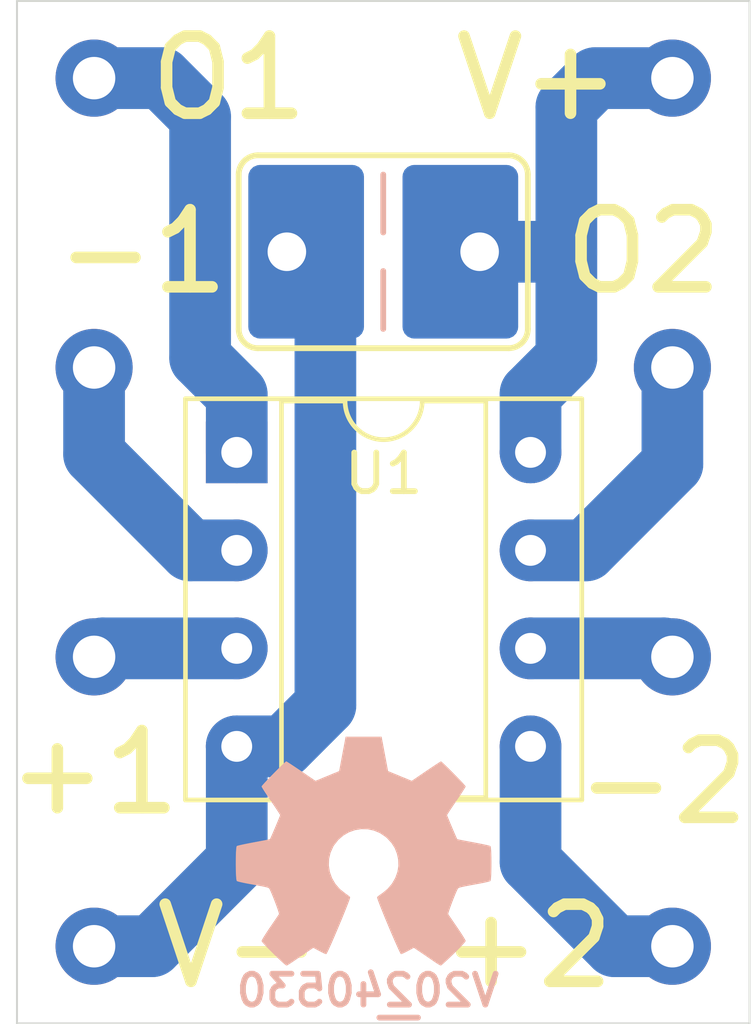
<source format=kicad_pcb>
(kicad_pcb (version 20221018) (generator pcbnew)
  (layers (0 "F.Cu" mixed) (31 "B.Cu" mixed) (34 "B.Paste" user) (35 "F.Paste" user) (36 "B.SilkS" user "B.Silkscreen") (37 "F.SilkS" user "F.Silkscreen") (38 "B.Mask" user) (39 "F.Mask" user) (44 "Edge.Cuts" user))
  (net 0 "")
  (net 1 "Net-(J1-Pin_1)")
  (net 2 "Net-(J4-Pin_1)")
  (net 3 "Net-(J8-Pin_1)")
  (net 4 "Net-(J2-Pin_1)")
  (net 5 "Net-(J3-Pin_1)")
  (net 6 "Net-(J5-Pin_1)")
  (net 7 "Net-(J6-Pin_1)")
  (net 8 "Net-(J7-Pin_1)")
  (footprint "mill-max:PC_pin_nail_head_6092" (layer "F.Cu") (at 142.5 62.5)
    (fp_text reference "J1")
    (fp_text value "O1" (at 3.5 0) (layer "F.SilkS") (effects (font (size 2 2) (thickness 0.3))))
    (pad "1" thru_hole circle locked (at 0 0) (size 2 2) (drill 1.1) (layers "*.Cu" "*.Mask") (net 1 "Net-(J1-Pin_1)"))
  )
  (footprint "mill-max:PC_pin_nail_head_6092" (layer "F.Cu") (at 142.5 70)
    (fp_text reference "J2")
    (fp_text value "-1" (at 1.25 -3) (layer "F.SilkS") (effects (font (size 2 2) (thickness 0.3))))
    (pad "1" thru_hole circle locked (at 0 0) (size 2 2) (drill 1.1) (layers "*.Cu" "*.Mask") (net 4 "Net-(J2-Pin_1)"))
  )
  (footprint "mill-max:PC_pin_nail_head_6092" (layer "F.Cu") (at 142.5 77.5)
    (fp_text reference "J3")
    (fp_text value "+1" (at 0 3) (layer "F.SilkS") (effects (font (size 2 2) (thickness 0.3))))
    (pad "1" thru_hole circle locked (at 0 0) (size 2 2) (drill 1.1) (layers "*.Cu" "*.Mask") (net 5 "Net-(J3-Pin_1)"))
  )
  (footprint "mill-max:PC_pin_nail_head_6092" (layer "F.Cu") (at 157.5 85)
    (fp_text reference "J5")
    (fp_text value "+2" (at -3.75 0) (layer "F.SilkS") (effects (font (size 2 2) (thickness 0.3))))
    (pad "1" thru_hole circle locked (at 0 0) (size 2 2) (drill 1.1) (layers "*.Cu" "*.Mask") (net 6 "Net-(J5-Pin_1)"))
  )
  (footprint "mill-max:PC_pin_nail_head_6092" (layer "F.Cu") (at 157.5 77.5)
    (fp_text reference "J6")
    (fp_text value "-2" (at -0.25 3.25) (layer "F.SilkS") (effects (font (size 2 2) (thickness 0.3))))
    (pad "1" thru_hole circle locked (at 0 0) (size 2 2) (drill 1.1) (layers "*.Cu" "*.Mask") (net 7 "Net-(J6-Pin_1)"))
  )
  (footprint "mill-max:PC_pin_nail_head_6092" (layer "F.Cu") (at 142.5 85 180)
    (fp_text reference "J4")
    (fp_text value "V-" (at -3.75 0) (layer "F.SilkS") (effects (font (size 2 2) (thickness 0.3))))
    (pad "1" thru_hole circle locked (at 0 0 180) (size 2 2) (drill 1.1) (layers "*.Cu" "*.Mask") (net 2 "Net-(J4-Pin_1)"))
  )
  (footprint "SquantorCapacitor:C-050-050X100-0805-3516-film" (layer "F.Cu") (at 150 67)
    (fp_text reference "C1" hide)
    (fp_text value "1u" hide)
    (fp_line (start 0 -2) (end 0 -0.5) (stroke (width 0.15)) (layer "B.SilkS"))
    (fp_line (start 0 2) (end 0 0.5) (stroke (width 0.15)) (layer "B.SilkS"))
    (fp_line (start -3.75 -2) (end -3.75 2) (stroke (width 0.15)) (layer "F.SilkS"))
    (fp_line (start -3.25 2.5) (end 3.25 2.5) (stroke (width 0.15)) (layer "F.SilkS"))
    (fp_line (start 3.25 -2.5) (end -3.25 -2.5) (stroke (width 0.15)) (layer "F.SilkS"))
    (fp_line (start 3.75 2) (end 3.75 -2) (stroke (width 0.15)) (layer "F.SilkS"))
    (fp_arc (start -3.75 -2) (mid -3.603553 -2.353553) (end -3.25 -2.5) (stroke (width 0.15)) (layer "F.SilkS"))
    (fp_arc (start -3.25 2.5) (mid -3.603553 2.353553) (end -3.75 2) (stroke (width 0.15)) (layer "F.SilkS"))
    (fp_arc (start 3.25 -2.5) (mid 3.603553 -2.353553) (end 3.75 -2) (stroke (width 0.15)) (layer "F.SilkS"))
    (fp_arc (start 3.75 2) (mid 3.603553 2.353553) (end 3.25 2.5) (stroke (width 0.15)) (layer "F.SilkS"))
    (pad "1" thru_hole circle (at -2.5 0) (size 1.5 1.5) (drill 1) (layers "*.Cu" "*.Mask") (net 2 "Net-(J4-Pin_1)"))
    (pad "1" smd roundrect (at -2 0) (size 3 4.5) (layers "B.Cu" "B.Paste" "B.Mask") (roundrect_rratio 0.1) (net 2 "Net-(J4-Pin_1)"))
    (pad "2" smd roundrect (at 2 0) (size 3 4.5) (layers "B.Cu" "B.Paste" "B.Mask") (roundrect_rratio 0.1) (net 3 "Net-(J8-Pin_1)"))
    (pad "2" thru_hole circle (at 2.5 0) (size 1.5 1.5) (drill 1) (layers "*.Cu" "*.Mask") (net 3 "Net-(J8-Pin_1)"))
  )
  (footprint "Package_DIP:DIP-8_W7.62mm_Socket" (layer "F.Cu") (at 146.2 72.2)
    (fp_text reference "U1" (at 3.81 0.55) (layer "F.SilkS"))
    (fp_text value "opamp_dual_8pin")
    (fp_line (start -1.33 -1.39) (end -1.33 9.01) (stroke (width 0.12)) (layer "F.SilkS"))
    (fp_line (start -1.33 9.01) (end 8.95 9.01) (stroke (width 0.12)) (layer "F.SilkS"))
    (fp_line (start 1.16 -1.33) (end 1.16 8.95) (stroke (width 0.12)) (layer "F.SilkS"))
    (fp_line (start 1.16 8.95) (end 6.46 8.95) (stroke (width 0.12)) (layer "F.SilkS"))
    (fp_line (start 2.81 -1.33) (end 1.16 -1.33) (stroke (width 0.12)) (layer "F.SilkS"))
    (fp_line (start 6.46 -1.33) (end 4.81 -1.33) (stroke (width 0.12)) (layer "F.SilkS"))
    (fp_line (start 6.46 8.95) (end 6.46 -1.33) (stroke (width 0.12)) (layer "F.SilkS"))
    (fp_line (start 8.95 -1.39) (end -1.33 -1.39) (stroke (width 0.12)) (layer "F.SilkS"))
    (fp_line (start 8.95 9.01) (end 8.95 -1.39) (stroke (width 0.12)) (layer "F.SilkS"))
    (fp_arc (start 4.81 -1.33) (mid 3.81 -0.33) (end 2.81 -1.33) (stroke (width 0.12)) (layer "F.SilkS"))
    (pad "1" thru_hole rect (at 0 0) (size 1.6 1.6) (drill 0.8) (layers "*.Cu" "*.Mask") (net 1 "Net-(J1-Pin_1)"))
    (pad "2" thru_hole oval (at 0 2.54) (size 1.6 1.6) (drill 0.8) (layers "*.Cu" "*.Mask") (net 4 "Net-(J2-Pin_1)"))
    (pad "3" thru_hole oval (at 0 5.08) (size 1.6 1.6) (drill 0.8) (layers "*.Cu" "*.Mask") (net 5 "Net-(J3-Pin_1)"))
    (pad "4" thru_hole oval (at 0 7.62) (size 1.6 1.6) (drill 0.8) (layers "*.Cu" "*.Mask") (net 2 "Net-(J4-Pin_1)"))
    (pad "5" thru_hole oval (at 7.62 7.62) (size 1.6 1.6) (drill 0.8) (layers "*.Cu" "*.Mask") (net 6 "Net-(J5-Pin_1)"))
    (pad "6" thru_hole oval (at 7.62 5.08) (size 1.6 1.6) (drill 0.8) (layers "*.Cu" "*.Mask") (net 7 "Net-(J6-Pin_1)"))
    (pad "7" thru_hole oval (at 7.62 2.54) (size 1.6 1.6) (drill 0.8) (layers "*.Cu" "*.Mask") (net 8 "Net-(J7-Pin_1)"))
    (pad "8" thru_hole oval (at 7.62 0) (size 1.6 1.6) (drill 0.8) (layers "*.Cu" "*.Mask") (net 3 "Net-(J8-Pin_1)"))
  )
  (footprint "mill-max:PC_pin_nail_head_6092" (layer "F.Cu") (at 157.5 62.5)
    (fp_text reference "J8" hide)
    (fp_text value "V+" (at -3.5 0) (layer "F.SilkS") (effects (font (size 2 2) (thickness 0.3))))
    (pad "1" thru_hole circle locked (at 0 0) (size 2 2) (drill 1.1) (layers "*.Cu" "*.Mask") (net 3 "Net-(J8-Pin_1)"))
  )
  (footprint "mill-max:PC_pin_nail_head_6092" (layer "F.Cu") (at 157.5 70)
    (fp_text reference "J7" hide)
    (fp_text value "O2" (at -0.75 -3) (layer "F.SilkS") (effects (font (size 2 2) (thickness 0.3))))
    (pad "1" thru_hole circle locked (at 0 0) (size 2 2) (drill 1.1) (layers "*.Cu" "*.Mask") (net 8 "Net-(J7-Pin_1)"))
  )
  (footprint "Symbol:OSHW-Symbol_6.7x6mm_SilkScreen" (layer "B.Cu") (at 149.5 82.55 180)
    (fp_text reference "N2" hide)
    (fp_text value "OHWLOGO" hide)
    (fp_poly (pts (xy 0.555814 2.531069) (xy 0.639635 2.086445) (xy 0.94892 1.958947) (xy 1.258206 1.831449) (xy 1.629246 2.083754) (xy 1.733157 2.154004) (xy 1.827087 2.216728) (xy 1.906652 2.269062) (xy 1.96747 2.308143) (xy 2.005157 2.331107) (xy 2.015421 2.336058) (xy 2.03391 2.323324) (xy 2.07342 2.288118) (xy 2.129522 2.234938) (xy 2.197787 2.168282) (xy 2.273786 2.092646) (xy 2.353092 2.012528) (xy 2.431275 1.932426) (xy 2.503907 1.856836) (xy 2.566559 1.790255) (xy 2.614803 1.737182) (xy 2.64421 1.702113) (xy 2.651241 1.690377) (xy 2.641123 1.66874) (xy 2.612759 1.621338) (xy 2.569129 1.552807) (xy 2.513218 1.467785) (xy 2.448006 1.370907) (xy 2.410219 1.31565) (xy 2.341343 1.214752) (xy 2.28014 1.123701) (xy 2.229578 1.04703) (xy 2.192628 0.989272) (xy 2.172258 0.954957) (xy 2.169197 0.947746) (xy 2.176136 0.927252) (xy 2.195051 0.879487) (xy 2.223087 0.811168) (xy 2.257391 0.729011) (xy 2.295109 0.63973) (xy 2.333387 0.550042) (xy 2.36937 0.466662) (xy 2.400206 0.396306) (xy 2.423039 0.34569) (xy 2.435017 0.321529) (xy 2.435724 0.320578) (xy 2.454531 0.315964) (xy 2.504618 0.305672) (xy 2.580793 0.290713) (xy 2.677865 0.272099) (xy 2.790643 0.250841) (xy 2.856442 0.238582) (xy 2.97695 0.215638) (xy 3.085797 0.193805) (xy 3.177476 0.174278) (xy 3.246481 0.158252) (xy 3.287304 0.146921) (xy 3.295511 0.143326) (xy 3.303548 0.118994) (xy 3.310033 0.064041) (xy 3.31497 -0.015108) (xy 3.318364 -0.112026) (xy 3.320218 -0.220287) (xy 3.320538 -0.333465) (xy 3.319327 -0.445135) (xy 3.31659 -0.548868) (xy 3.312331 -0.638241) (xy 3.306555 -0.706826) (xy 3.299267 -0.748197) (xy 3.294895 -0.75681) (xy 3.268764 -0.767133) (xy 3.213393 -0.781892) (xy 3.136107 -0.799352) (xy 3.04423 -0.81778) (xy 3.012158 -0.823741) (xy 2.857524 -0.852066) (xy 2.735375 -0.874876) (xy 2.641673 -0.89308) (xy 2.572384 -0.907583) (xy 2.523471 -0.919292) (xy 2.490897 -0.929115) (xy 2.470628 -0.937956) (xy 2.458626 -0.946724) (xy 2.456947 -0.948457) (xy 2.440184 -0.976371) (xy 2.414614 -1.030695) (xy 2.382788 -1.104777) (xy 2.34726 -1.191965) (xy 2.310583 -1.285608) (xy 2.275311 -1.379052) (xy 2.243996 -1.465647) (xy 2.219193 -1.53874) (xy 2.203454 -1.591678) (xy 2.199332 -1.617811) (xy 2.199676 -1.618726) (xy 2.213641 -1.640086) (xy 2.245322 -1.687084) (xy 2.291391 -1.754827) (xy 2.348518 -1.838423) (xy 2.413373 -1.932982) (xy 2.431843 -1.959854) (xy 2.497699 -2.057275) (xy 2.55565 -2.146163) (xy 2.602538 -2.221412) (xy 2.635207 -2.27792) (xy 2.6505 -2.310581) (xy 2.651241 -2.314593) (xy 2.638392 -2.335684) (xy 2.602888 -2.377464) (xy 2.549293 -2.435445) (xy 2.482171 -2.505135) (xy 2.406087 -2.582045) (xy 2.325604 -2.661683) (xy 2.245287 -2.739561) (xy 2.169699 -2.811186) (xy 2.103405 -2.87207) (xy 2.050969 -2.917721) (xy 2.016955 -2.94365) (xy 2.007545 -2.947883) (xy 1.985643 -2.937912) (xy 1.9408 -2.91102) (xy 1.880321 -2.871736) (xy 1.833789 -2.840117) (xy 1.749475 -2.782098) (xy 1.649626 -2.713784) (xy 1.549473 -2.645579) (xy 1.495627 -2.609075) (xy 1.313371 -2.4858) (xy 1.160381 -2.56852) (xy 1.090682 -2.604759) (xy 1.031414 -2.632926) (xy 0.991311 -2.648991) (xy 0.981103 -2.651226) (xy 0.968829 -2.634722) (xy 0.944613 -2.588082) (xy 0.910263 -2.515609) (xy 0.867588 -2.421606) (xy 0.818394 -2.310374) (xy 0.76449 -2.186215) (xy 0.707684 -2.053432) (xy 0.649782 -1.916327) (xy 0.592593 -1.779202) (xy 0.537924 -1.646358) (xy 0.487584 -1.522098) (xy 0.44338 -1.410725) (xy 0.407119 -1.316539) (xy 0.380609 -1.243844) (xy 0.365658 -1.196941) (xy 0.363254 -1.180833) (xy 0.382311 -1.160286) (xy 0.424036 -1.126933) (xy 0.479706 -1.087702) (xy 0.484378 -1.084599) (xy 0.628264 -0.969423) (xy 0.744283 -0.835053) (xy 0.83143 -0.685784) (xy 0.888699 -0.525913) (xy 0.915086 -0.359737) (xy 0.909585 -0.191552) (xy 0.87119 -0.025655) (xy 0.798895 0.133658) (xy 0.777626 0.168513) (xy 0.666996 0.309263) (xy 0.536302 0.422286) (xy 0.390064 0.506997) (xy 0.232808 0.562806) (xy 0.069057 0.589126) (xy -0.096667 0.58537) (xy -0.259838 0.55095) (xy -0.415935 0.485277) (xy -0.560433 0.387765) (xy -0.605131 0.348187) (xy -0.718888 0.224297) (xy -0.801782 0.093876) (xy -0.858644 -0.052315) (xy -0.890313 -0.197088) (xy -0.898131 -0.35986) (xy -0.872062 -0.52344) (xy -0.814755 -0.682298) (xy -0.728856 -0.830906) (xy -0.617014 -0.963735) (xy -0.481877 -1.075256) (xy -0.464117 -1.087011) (xy -0.40785 -1.125508) (xy -0.365077 -1.158863) (xy -0.344628 -1.18016) (xy -0.344331 -1.180833) (xy -0.348721 -1.203871) (xy -0.366124 -1.256157) (xy -0.394732 -1.33339) (xy -0.432735 -1.431268) (xy -0.478326 -1.545491) (xy -0.529697 -1.671758) (xy -0.585038 -1.805767) (xy -0.642542 -1.943218) (xy -0.700399 -2.079808) (xy -0.756802 -2.211237) (xy -0.809942 -2.333205) (xy -0.85801 -2.441409) (xy -0.899199 -2.531549) (xy -0.931699 -2.599323) (xy -0.953703 -2.64043) (xy -0.962564 -2.651226) (xy -0.98964 -2.642819) (xy -1.040303 -2.620272) (xy -1.105817 -2.587613) (xy -1.141841 -2.56852) (xy -1.294832 -2.4858) (xy -1.477088 -2.609075) (xy -1.570125 -2.672228) (xy -1.671985 -2.741727) (xy -1.767438 -2.807165) (xy -1.81525 -2.840117) (xy -1.882495 -2.885273) (xy -1.939436 -2.921057) (xy -1.978646 -2.942938) (xy -1.991381 -2.947563) (xy -2.009917 -2.935085) (xy -2.050941 -2.900252) (xy -2.110475 -2.846678) (xy -2.184542 -2.777983) (xy -2.269165 -2.697781) (xy -2.322685 -2.646286) (xy -2.416319 -2.554286) (xy -2.497241 -2.471999) (xy -2.562177 -2.402945) (xy -2.607858 -2.350644) (xy -2.631011 -2.318616) (xy -2.633232 -2.312116) (xy -2.622924 -2.287394) (xy -2.594439 -2.237405) (xy -2.550937 -2.167212) (xy -2.495577 -2.081875) (xy -2.43152 -1.986456) (xy -2.413303 -1.959854) (xy -2.346927 -1.863167) (xy -2.287378 -1.776117) (xy -2.237984 -1.703595) (xy -2.202075 -1.650493) (xy -2.182981 -1.621703) (xy -2.181136 -1.618726) (xy -2.183895 -1.595782) (xy -2.198538 -1.545336) (xy -2.222513 -1.474041) (xy -2.253266 -1.388547) (xy -2.288244 -1.295507) (xy -2.324893 -1.201574) (xy -2.360661 -1.113399) (xy -2.392994 -1.037634) (xy -2.419338 -0.980931) (xy -2.437142 -0.949943) (xy -2.438407 -0.948457) (xy -2.449294 -0.939601) (xy -2.467682 -0.930843) (xy -2.497606 -0.921277) (xy -2.543103 -0.909996) (xy -2.608209 -0.896093) (xy -2.696961 -0.878663) (xy -2.813393 -0.856798) (xy -2.961542 -0.829591) (xy -2.993618 -0.823741) (xy -3.088686 -0.805374) (xy -3.171565 -0.787405) (xy -3.23493 -0.771569) (xy -3.271458 -0.7596) (xy -3.276356 -0.75681) (xy -3.284427 -0.732072) (xy -3.290987 -0.67679) (xy -3.296033 -0.597389) (xy -3.299559 -0.500296) (xy -3.301561 -0.391938) (xy -3.302036 -0.27874) (xy -3.300977 -0.167128) (xy -3.298382 -0.063529) (xy -3.294246 0.025632) (xy -3.288563 0.093928) (xy -3.281331 0.134934) (xy -3.276971 0.143326) (xy -3.252698 0.151792) (xy -3.197426 0.165565) (xy -3.116662 0.18345) (xy -3.015912 0.204252) (xy -2.900683 0.226777) (xy -2.837902 0.238582) (xy -2.718787 0.260849) (xy -2.612565 0.281021) (xy -2.524427 0.298085) (xy -2.459566 0.311031) (xy -2.423174 0.318845) (xy -2.417184 0.320578) (xy -2.407061 0.34011) (xy -2.385662 0.387157) (xy -2.355839 0.454997) (xy -2.320445 0.536909) (xy -2.282332 0.626172) (xy -2.244353 0.716065) (xy -2.20936 0.799865) (xy -2.180206 0.870853) (xy -2.159743 0.922306) (xy -2.150823 0.947503) (xy -2.150657 0.948604) (xy -2.160769 0.968481) (xy -2.189117 1.014223) (xy -2.232723 1.081283) (xy -2.288606 1.165116) (xy -2.353787 1.261174) (xy -2.391679 1.31635) (xy -2.460725 1.417519) (xy -2.52205 1.50937) (xy -2.572663 1.587256) (xy -2.609571 1.646531) (xy -2.629782 1.682549) (xy -2.632701 1.690623) (xy -2.620153 1.709416) (xy -2.585463 1.749543) (xy -2.533063 1.806507) (xy -2.467384 1.875815) (xy -2.392856 1.952969) (xy -2.313913 2.033475) (xy -2.234983 2.112837) (xy -2.1605 2.18656) (xy -2.094894 2.250148) (xy -2.042596 2.299106) (xy -2.008039 2.328939) (xy -1.996478 2.336058) (xy -1.977654 2.326047) (xy -1.932631 2.297922) (xy -1.865787 2.254546) (xy -1.781499 2.198782) (xy -1.684144 2.133494) (xy -1.610707 2.083754) (xy -1.239667 1.831449) (xy -0.621095 2.086445) (xy -0.537275 2.531069) (xy -0.453454 2.975693) (xy 0.471994 2.975693) (xy 0.555814 2.531069)) (stroke (width 0.01)) (fill solid) (layer "B.SilkS"))
  )
  (footprint "SquantorLabels:Label_Generic" (layer "B.Cu") (at 150.4 86.25 180)
    (fp_text reference "N1" hide)
    (fp_text value "V20240530" (at 0.8 0.1) (layer "B.SilkS") (effects (font (size 0.8 0.8)) (justify mirror)))
    (fp_line (start -0.5 -0.6) (end 0.5 -0.6) (stroke (width 0.15)) (layer "B.SilkS"))
  )
  (gr_line (start 140.5 87) (end 159.5 87) (stroke (width 0.05)) (layer "Edge.Cuts"))
  (gr_line (start 159.5 60.5) (end 159.5 87) (stroke (width 0.05)) (layer "Edge.Cuts"))
  (gr_line (start 159.5 60.5) (end 140.5 60.5) (stroke (width 0.05)) (layer "Edge.Cuts"))
  (gr_line (start 140.5 87) (end 140.5 60.5) (stroke (width 0.05)) (layer "Edge.Cuts"))
  (segment (start 144.25 62.5) (end 142.5 62.5) (width 1.6) (layer "B.Cu") (net 1))
  (segment (start 146.2 72.2) (end 146.2 70.7) (width 1.6) (layer "B.Cu") (net 1))
  (segment (start 145.25 69.75) (end 145.25 63.5) (width 1.6) (layer "B.Cu") (net 1))
  (segment (start 145.25 63.5) (end 144.25 62.5) (width 1.6) (layer "B.Cu") (net 1))
  (segment (start 146.2 70.7) (end 145.25 69.75) (width 1.6) (layer "B.Cu") (net 1))
  (segment (start 146.2 79.82) (end 146.2 82.8) (width 1.6) (layer "B.Cu") (net 2))
  (segment (start 148 67) (end 147.5 67) (width 1.6) (layer "B.Cu") (net 2))
  (segment (start 146.2 79.82) (end 147.43 79.82) (width 1.6) (layer "B.Cu") (net 2))
  (segment (start 144 85) (end 142.5 85) (width 1.6) (layer "B.Cu") (net 2))
  (segment (start 146.2 82.8) (end 144 85) (width 1.6) (layer "B.Cu") (net 2))
  (segment (start 147.43 79.82) (end 148.5 78.75) (width 1.6) (layer "B.Cu") (net 2))
  (segment (start 148.5 78.75) (end 148.5 67.5) (width 1.6) (layer "B.Cu") (net 2))
  (segment (start 148.5 67.5) (end 148 67) (width 1.6) (layer "B.Cu") (net 2))
  (segment (start 152.5 67) (end 154.75 67) (width 1.6) (layer "B.Cu") (net 3))
  (segment (start 153.82 72.2) (end 153.82 70.68) (width 1.6) (layer "B.Cu") (net 3))
  (segment (start 154.75 67) (end 154.75 63.25) (width 1.6) (layer "B.Cu") (net 3))
  (segment (start 154.75 69.75) (end 154.75 67) (width 1.6) (layer "B.Cu") (net 3))
  (segment (start 155.5 62.5) (end 157.5 62.5) (width 1.6) (layer "B.Cu") (net 3))
  (segment (start 153.82 70.68) (end 154.75 69.75) (width 1.6) (layer "B.Cu") (net 3))
  (segment (start 154.75 63.25) (end 155.5 62.5) (width 1.6) (layer "B.Cu") (net 3))
  (segment (start 142.5 72.25) (end 142.5 70) (width 1.6) (layer "B.Cu") (net 4))
  (segment (start 146.2 74.74) (end 144.99 74.74) (width 1.6) (layer "B.Cu") (net 4))
  (segment (start 144.99 74.74) (end 142.5 72.25) (width 1.6) (layer "B.Cu") (net 4))
  (segment (start 146.2 77.28) (end 142.72 77.28) (width 1.6) (layer "B.Cu") (net 5))
  (segment (start 142.72 77.28) (end 142.5 77.5) (width 1.6) (layer "B.Cu") (net 5))
  (segment (start 153.82 79.82) (end 153.82 82.82) (width 1.6) (layer "B.Cu") (net 6))
  (segment (start 153.82 82.82) (end 156 85) (width 1.6) (layer "B.Cu") (net 6))
  (segment (start 156 85) (end 157.5 85) (width 1.6) (layer "B.Cu") (net 6))
  (segment (start 157.28 77.28) (end 157.5 77.5) (width 1.6) (layer "B.Cu") (net 7))
  (segment (start 153.82 77.28) (end 157.28 77.28) (width 1.6) (layer "B.Cu") (net 7))
  (segment (start 155.26 74.74) (end 157.5 72.5) (width 1.6) (layer "B.Cu") (net 8))
  (segment (start 157.5 72.5) (end 157.5 70) (width 1.6) (layer "B.Cu") (net 8))
  (segment (start 153.82 74.74) (end 155.26 74.74) (width 1.6) (layer "B.Cu") (net 8))
)
</source>
